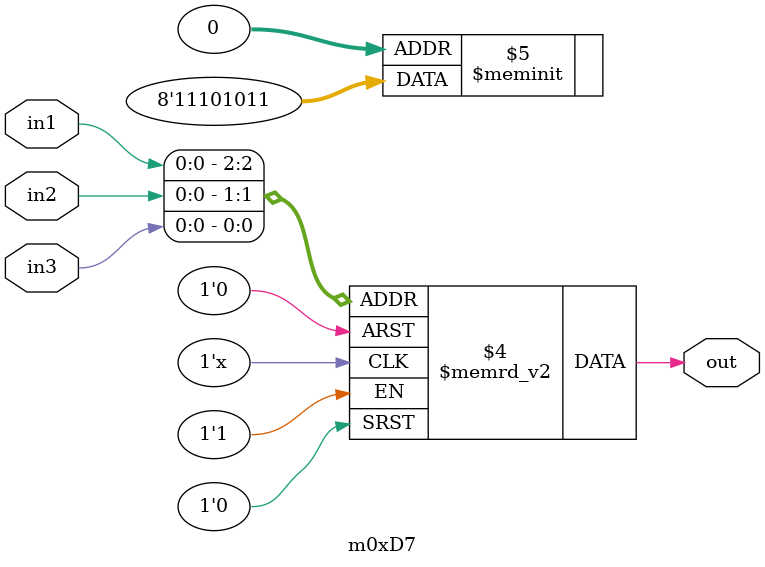
<source format=v>
module m0xD7(output out, input in1, in2, in3);

   always @(in1, in2, in3)
     begin
        case({in1, in2, in3})
          3'b000: {out} = 1'b1;
          3'b001: {out} = 1'b1;
          3'b010: {out} = 1'b0;
          3'b011: {out} = 1'b1;
          3'b100: {out} = 1'b0;
          3'b101: {out} = 1'b1;
          3'b110: {out} = 1'b1;
          3'b111: {out} = 1'b1;
        endcase // case ({in1, in2, in3})
     end // always @ (in1, in2, in3)

endmodule // m0xD7
</source>
